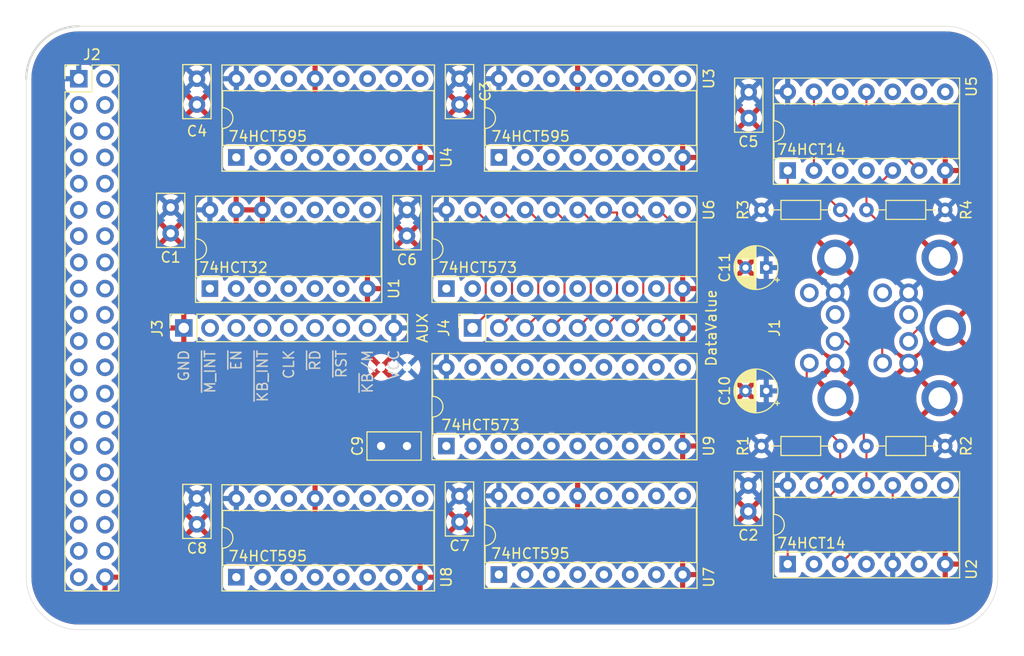
<source format=kicad_pcb>
(kicad_pcb (version 20240108) (generator "pcbnew") (generator_version "8.0")
  (layers (0 "F.Cu" signal) (31 "B.Cu" signal) (34 "B.Paste" user) (35 "F.Paste" user) (36 "B.SilkS" user "B.Silkscreen") (37 "F.SilkS" user "F.Silkscreen") (38 "B.Mask" user) (39 "F.Mask" user) (44 "Edge.Cuts" user))
  (net 0 "")
  (net 1 "GND")
  (net 2 "VCC")
  (net 3 "/PS2_KB_DATA")
  (net 5 "/PS2_M_CLK")
  (net 6 "/PS2_M_DATA")
  (net 7 "/PS2_KB_CLK")
  (net 19 "A0")
  (net 21 "/D7")
  (net 25 "/D6")
  (net 31 "/~{RST}")
  (net 34 "/D2")
  (net 35 "/E")
  (net 36 "/D1")
  (net 39 "/D0")
  (net 40 "/D5")
  (net 43 "/D3")
  (net 44 "/D4")
  (net 45 "/~{RD}")
  (net 49 "/~{PS2_EN}")
  (net 50 "/~{INT_PS2_KB}")
  (net 51 "/~{INT_PS2_M}")
  (net 52 "Net-(U9-OE)")
  (net 53 "Net-(U1-Pad3)")
  (net 55 "Net-(U1-Pad10)")
  (net 56 "Net-(U6-OE)")
  (net 57 "Net-(U4-QC)")
  (net 58 "Net-(U3-QH')")
  (net 59 "Net-(U3-QC)")
  (net 60 "Net-(U3-QF)")
  (net 62 "Net-(U3-QH)")
  (net 64 "Net-(U3-QG)")
  (net 65 "Net-(U3-QD)")
  (net 66 "Net-(U3-QE)")
  (net 71 "Net-(U4-QA)")
  (net 72 "Net-(U4-QB)")
  (net 75 "Net-(U5-Pad11)")
  (net 76 "Net-(U8-QC)")
  (net 77 "Net-(U7-SER)")
  (net 78 "Net-(U7-SRCLK)")
  (net 79 "Net-(U7-QH')")
  (net 80 "Net-(U7-QG)")
  (net 82 "Net-(U7-QC)")
  (net 83 "Net-(U7-QD)")
  (net 84 "Net-(U7-QH)")
  (net 85 "Net-(U7-QE)")
  (net 87 "Net-(U7-QF)")
  (net 89 "Net-(U8-QB)")
  (net 92 "Net-(U8-QA)")
  (net 97 "Net-(U2-Pad10)")
  (net 98 "Net-(U2-Pad1)")
  (net 99 "/M_DATA")
  (net 100 "/M_CLK")
  (net 101 "Net-(U5-Pad13)")
  (footprint "Package_DIP:DIP-14_W7.62mm_Socket" (layer "F.Cu") (at 180.325 43.18 90)
    (property "Reference" "U1" (at 0 17.795 270) (layer "F.SilkS"))
    (property "Value" "74HCT32" (at 2.032 2.286 360) (layer "F.SilkS"))
    (pad "1" thru_hole rect (at 0 0 90) (size 1.6 1.6) (drill 0.8) (layers "*.Cu" "*.Mask") (net 45 "/~{RD}"))
    (pad "2" thru_hole oval (at 0 2.54 90) (size 1.6 1.6) (drill 0.8) (layers "*.Cu" "*.Mask") (net 49 "/~{PS2_EN}"))
    (pad "3" thru_hole oval (at 0 5.08 90) (size 1.6 1.6) (drill 0.8) (layers "*.Cu" "*.Mask") (net 53 "Net-(U1-Pad3)"))
    (pad "4" thru_hole oval (at 0 7.62 90) (size 1.6 1.6) (drill 0.8) (layers "*.Cu" "*.Mask") (net 19 "A0"))
    (pad "5" thru_hole oval (at 0 10.16 90) (size 1.6 1.6) (drill 0.8) (layers "*.Cu" "*.Mask") (net 53 "Net-(U1-Pad3)"))
    (pad "6" thru_hole oval (at 0 12.7 90) (size 1.6 1.6) (drill 0.8) (layers "*.Cu" "*.Mask") (net 52 "Net-(U9-OE)"))
    (pad "7" thru_hole oval (at 0 15.24 90) (size 1.6 1.6) (drill 0.8) (layers "*.Cu" "*.Mask") (net 1 "GND"))
    (pad "8" thru_hole oval (at 7.62 15.24 90) (size 1.6 1.6) (drill 0.8) (layers "*.Cu" "*.Mask") (net 56 "Net-(U6-OE)"))
    (pad "9" thru_hole oval (at 7.62 12.7 90) (size 1.6 1.6) (drill 0.8) (layers "*.Cu" "*.Mask") (net 53 "Net-(U1-Pad3)"))
    (pad "10" thru_hole oval (at 7.62 10.16 90) (size 1.6 1.6) (drill 0.8) (layers "*.Cu" "*.Mask") (net 55 "Net-(U1-Pad10)"))
    (pad "11" thru_hole oval (at 7.62 7.62 90) (size 1.6 1.6) (drill 0.8) (layers "*.Cu" "*.Mask"))
    (pad "12" thru_hole oval (at 7.62 5.08 90) (size 1.6 1.6) (drill 0.8) (layers "*.Cu" "*.Mask") (net 1 "GND"))
    (pad "13" thru_hole oval (at 7.62 2.54 90) (size 1.6 1.6) (drill 0.8) (layers "*.Cu" "*.Mask") (net 1 "GND"))
    (pad "14" thru_hole oval (at 7.62 0 90) (size 1.6 1.6) (drill 0.8) (layers "*.Cu" "*.Mask") (net 2 "VCC"))
  )
  (footprint "Capacitor_THT:C_Disc_D5.0mm_W2.5mm_P2.50mm" (layer "F.Cu") (at 179.07 63.5 -90)
    (property "Reference" "C8" (at 4.825999 -0.000001 180) (layer "F.SilkS"))
    (property "Value" "100n" (hide yes))
    (pad "1" thru_hole circle (at 0 0 270) (size 1.6 1.6) (drill 0.8) (layers "*.Cu" "*.Mask") (net 2 "VCC"))
    (pad "2" thru_hole circle (at 2.5 0 270) (size 1.6 1.6) (drill 0.8) (layers "*.Cu" "*.Mask") (net 1 "GND"))
  )
  (footprint "Package_DIP:DIP-14_W7.62mm_Socket" (layer "F.Cu") (at 236.22 31.75 90)
    (property "Reference" "U5" (at 8.128 17.78 -90) (layer "F.SilkS"))
    (property "Value" "74HCT14" (at 2.032 2.286 360) (layer "F.SilkS"))
    (pad "1" thru_hole rect (at 0 0 90) (size 1.6 1.6) (drill 0.8) (layers "*.Cu" "*.Mask") (net 7 "/PS2_KB_CLK"))
    (pad "2" thru_hole oval (at 0 2.54 90) (size 1.6 1.6) (drill 0.8) (layers "*.Cu" "*.Mask") (net 101 "Net-(U5-Pad13)"))
    (pad "3" thru_hole oval (at 0 5.08 90) (size 1.6 1.6) (drill 0.8) (layers "*.Cu" "*.Mask") (net 19 "A0"))
    (pad "4" thru_hole oval (at 0 7.62 90) (size 1.6 1.6) (drill 0.8) (layers "*.Cu" "*.Mask") (net 55 "Net-(U1-Pad10)"))
    (pad "5" thru_hole oval (at 0 10.16 90) (size 1.6 1.6) (drill 0.8) (layers "*.Cu" "*.Mask") (net 3 "/PS2_KB_DATA"))
    (pad "6" thru_hole oval (at 0 12.7 90) (size 1.6 1.6) (drill 0.8) (layers "*.Cu" "*.Mask") (net 75 "Net-(U5-Pad11)"))
    (pad "7" thru_hole oval (at 0 15.24 90) (size 1.6 1.6) (drill 0.8) (layers "*.Cu" "*.Mask") (net 1 "GND"))
    (pad "8" thru_hole oval (at 7.62 15.24 90) (size 1.6 1.6) (drill 0.8) (layers "*.Cu" "*.Mask") (net 50 "/~{INT_PS2_KB}"))
    (pad "9" thru_hole oval (at 7.62 12.7 90) (size 1.6 1.6) (drill 0.8) (layers "*.Cu" "*.Mask") (net 76 "Net-(U8-QC)"))
    (pad "10" thru_hole oval (at 7.62 10.16 90) (size 1.6 1.6) (drill 0.8) (layers "*.Cu" "*.Mask") (net 77 "Net-(U7-SER)"))
    (pad "11" thru_hole oval (at 7.62 7.62 90) (size 1.6 1.6) (drill 0.8) (layers "*.Cu" "*.Mask") (net 75 "Net-(U5-Pad11)"))
    (pad "12" thru_hole oval (at 7.62 5.08 90) (size 1.6 1.6) (drill 0.8) (layers "*.Cu" "*.Mask") (net 78 "Net-(U7-SRCLK)"))
    (pad "13" thru_hole oval (at 7.62 2.54 90) (size 1.6 1.6) (drill 0.8) (layers "*.Cu" "*.Mask") (net 101 "Net-(U5-Pad13)"))
    (pad "14" thru_hole oval (at 7.62 0 90) (size 1.6 1.6) (drill 0.8) (layers "*.Cu" "*.Mask") (net 2 "VCC"))
  )
  (footprint "Package_DIP:DIP-16_W7.62mm_Socket" (layer "F.Cu") (at 208.28 30.48 90)
    (property "Reference" "U3" (at 7.62 20.32 270) (layer "F.SilkS"))
    (property "Value" "74HCT595" (at 2.032 3.068 0) (layer "F.SilkS"))
    (pad "1" thru_hole rect (at 0 0 90) (size 1.6 1.6) (drill 0.8) (layers "*.Cu" "*.Mask"))
    (pad "2" thru_hole oval (at 0 2.54 90) (size 1.6 1.6) (drill 0.8) (layers "*.Cu" "*.Mask") (net 59 "Net-(U3-QC)"))
    (pad "3" thru_hole oval (at 0 5.08 90) (size 1.6 1.6) (drill 0.8) (layers "*.Cu" "*.Mask") (net 65 "Net-(U3-QD)"))
    (pad "4" thru_hole oval (at 0 7.62 90) (size 1.6 1.6) (drill 0.8) (layers "*.Cu" "*.Mask") (net 66 "Net-(U3-QE)"))
    (pad "5" thru_hole oval (at 0 10.16 90) (size 1.6 1.6) (drill 0.8) (layers "*.Cu" "*.Mask") (net 60 "Net-(U3-QF)"))
    (pad "6" thru_hole oval (at 0 12.7 90) (size 1.6 1.6) (drill 0.8) (layers "*.Cu" "*.Mask") (net 64 "Net-(U3-QG)"))
    (pad "7" thru_hole oval (at 0 15.24 90) (size 1.6 1.6) (drill 0.8) (layers "*.Cu" "*.Mask") (net 62 "Net-(U3-QH)"))
    (pad "8" thru_hole oval (at 0 17.78 90) (size 1.6 1.6) (drill 0.8) (layers "*.Cu" "*.Mask") (net 1 "GND"))
    (pad "9" thru_hole oval (at 7.62 17.78 90) (size 1.6 1.6) (drill 0.8) (layers "*.Cu" "*.Mask") (net 58 "Net-(U3-QH')"))
    (pad "10" thru_hole oval (at 7.62 15.24 90) (size 1.6 1.6) (drill 0.8) (layers "*.Cu" "*.Mask") (net 31 "/~{RST}"))
    (pad "11" thru_hole oval (at 7.62 12.7 90) (size 1.6 1.6) (drill 0.8) (layers "*.Cu" "*.Mask") (net 100 "/M_CLK"))
    (pad "12" thru_hole oval (at 7.62 10.16 90) (size 1.6 1.6) (drill 0.8) (layers "*.Cu" "*.Mask") (net 35 "/E"))
    (pad "13" thru_hole oval (at 7.62 7.62 90) (size 1.6 1.6) (drill 0.8) (layers "*.Cu" "*.Mask") (net 1 "GND"))
    (pad "14" thru_hole oval (at 7.62 5.08 90) (size 1.6 1.6) (drill 0.8) (layers "*.Cu" "*.Mask") (net 99 "/M_DATA"))
    (pad "15" thru_hole oval (at 7.62 2.54 90) (size 1.6 1.6) (drill 0.8) (layers "*.Cu" "*.Mask"))
    (pad "16" thru_hole oval (at 7.62 0 90) (size 1.6 1.6) (drill 0.8) (layers "*.Cu" "*.Mask") (net 2 "VCC"))
  )
  (footprint "Package_DIP:DIP-20_W7.62mm_Socket" (layer "F.Cu") (at 203.2 58.42 90)
    (property "Reference" "U9" (at 0 25.4 270) (layer "F.SilkS"))
    (property "Value" "74HCT573" (at 2.032 3.307 0) (layer "F.SilkS"))
    (pad "1" thru_hole rect (at 0 0 90) (size 1.6 1.6) (drill 0.8) (layers "*.Cu" "*.Mask") (net 52 "Net-(U9-OE)"))
    (pad "2" thru_hole oval (at 0 2.54 90) (size 1.6 1.6) (drill 0.8) (layers "*.Cu" "*.Mask") (net 89 "Net-(U8-QB)"))
    (pad "3" thru_hole oval (at 0 5.08 90) (size 1.6 1.6) (drill 0.8) (layers "*.Cu" "*.Mask") (net 92 "Net-(U8-QA)"))
    (pad "4" thru_hole oval (at 0 7.62 90) (size 1.6 1.6) (drill 0.8) (layers "*.Cu" "*.Mask") (net 84 "Net-(U7-QH)"))
    (pad "5" thru_hole oval (at 0 10.16 90) (size 1.6 1.6) (drill 0.8) (layers "*.Cu" "*.Mask") (net 80 "Net-(U7-QG)"))
    (pad "6" thru_hole oval (at 0 12.7 90) (size 1.6 1.6) (drill 0.8) (layers "*.Cu" "*.Mask") (net 87 "Net-(U7-QF)"))
    (pad "7" thru_hole oval (at 0 15.24 90) (size 1.6 1.6) (drill 0.8) (layers "*.Cu" "*.Mask") (net 85 "Net-(U7-QE)"))
    (pad "8" thru_hole oval (at 0 17.78 90) (size 1.6 1.6) (drill 0.8) (layers "*.Cu" "*.Mask") (net 83 "Net-(U7-QD)"))
    (pad "9" thru_hole oval (at 0 20.32 90) (size 1.6 1.6) (drill 0.8) (layers "*.Cu" "*.Mask") (net 82 "Net-(U7-QC)"))
    (pad "10" thru_hole oval (at 0 22.86 90) (size 1.6 1.6) (drill 0.8) (layers "*.Cu" "*.Mask") (net 1 "GND"))
    (pad "11" thru_hole oval (at 7.62 22.86 90) (size 1.6 1.6) (drill 0.8) (layers "*.Cu" "*.Mask") (net 76 "Net-(U8-QC)"))
    (pad "12" thru_hole oval (at 7.62 20.32 90) (size 1.6 1.6) (drill 0.8) (layers "*.Cu" "*.Mask") (net 21 "/D7"))
    (pad "13" thru_hole oval (at 7.62 17.78 90) (size 1.6 1.6) (drill 0.8) (layers "*.Cu" "*.Mask") (net 25 "/D6"))
    (pad "14" thru_hole oval (at 7.62 15.24 90) (size 1.6 1.6) (drill 0.8) (layers "*.Cu" "*.Mask") (net 40 "/D5"))
    (pad "15" thru_hole oval (at 7.62 12.7 90) (size 1.6 1.6) (drill 0.8) (layers "*.Cu" "*.Mask") (net 44 "/D4"))
    (pad "16" thru_hole oval (at 7.62 10.16 90) (size 1.6 1.6) (drill 0.8) (layers "*.Cu" "*.Mask") (net 43 "/D3"))
    (pad "17" thru_hole oval (at 7.62 7.62 90) (size 1.6 1.6) (drill 0.8) (layers "*.Cu" "*.Mask") (net 34 "/D2"))
    (pad "18" thru_hole oval (at 7.62 5.08 90) (size 1.6 1.6) (drill 0.8) (layers "*.Cu" "*.Mask") (net 36 "/D1"))
    (pad "19" thru_hole oval (at 7.62 2.54 90) (size 1.6 1.6) (drill 0.8) (layers "*.Cu" "*.Mask") (net 39 "/D0"))
    (pad "20" thru_hole oval (at 7.62 0 90) (size 1.6 1.6) (drill 0.8) (layers "*.Cu" "*.Mask") (net 2 "VCC"))
  )
  (footprint "Resistor_THT:R_Axial_DIN0204_L3.6mm_D1.6mm_P7.62mm_Horizontal" (layer "F.Cu") (at 251.46 58.42 180)
    (property "Reference" "R2" (at -2.032 0 270) (layer "F.SilkS"))
    (property "Value" "10k" (hide yes))
    (pad "1" thru_hole circle (at 0 0 180) (size 1.4 1.4) (drill 0.7) (layers "*.Cu" "*.Mask") (net 2 "VCC"))
    (pad "2" thru_hole oval (at 7.62 0 180) (size 1.4 1.4) (drill 0.7) (layers "*.Cu" "*.Mask") (net 6 "/PS2_M_DATA"))
  )
  (footprint "Package_DIP:DIP-16_W7.62mm_Socket" (layer "F.Cu") (at 182.88 30.48 90)
    (property "Reference" "U4" (at 0 20.32 270) (layer "F.SilkS"))
    (property "Value" "74HCT595" (at 2.032 3.048 0) (layer "F.SilkS"))
    (pad "1" thru_hole rect (at 0 0 90) (size 1.6 1.6) (drill 0.8) (layers "*.Cu" "*.Mask") (net 72 "Net-(U4-QB)"))
    (pad "2" thru_hole oval (at 0 2.54 90) (size 1.6 1.6) (drill 0.8) (layers "*.Cu" "*.Mask") (net 57 "Net-(U4-QC)"))
    (pad "3" thru_hole oval (at 0 5.08 90) (size 1.6 1.6) (drill 0.8) (layers "*.Cu" "*.Mask"))
    (pad "4" thru_hole oval (at 0 7.62 90) (size 1.6 1.6) (drill 0.8) (layers "*.Cu" "*.Mask"))
    (pad "5" thru_hole oval (at 0 10.16 90) (size 1.6 1.6) (drill 0.8) (layers "*.Cu" "*.Mask"))
    (pad "6" thru_hole oval (at 0 12.7 90) (size 1.6 1.6) (drill 0.8) (layers "*.Cu" "*.Mask"))
    (pad "7" thru_hole oval (at 0 15.24 90) (size 1.6 1.6) (drill 0.8) (layers "*.Cu" "*.Mask"))
    (pad "8" thru_hole oval (at 0 17.78 90) (size 1.6 1.6) (drill 0.8) (layers "*.Cu" "*.Mask") (net 1 "GND"))
    (pad "9" thru_hole oval (at 7.62 17.78 90) (size 1.6 1.6) (drill 0.8) (layers "*.Cu" "*.Mask"))
    (pad "10" thru_hole oval (at 7.62 15.24 90) (size 1.6 1.6) (drill 0.8) (layers "*.Cu" "*.Mask") (net 31 "/~{RST}"))
    (pad "11" thru_hole oval (at 7.62 12.7 90) (size 1.6 1.6) (drill 0.8) (layers "*.Cu" "*.Mask") (net 100 "/M_CLK"))
    (pad "12" thru_hole oval (at 7.62 10.16 90) (size 1.6 1.6) (drill 0.8) (layers "*.Cu" "*.Mask") (net 35 "/E"))
    (pad "13" thru_hole oval (at 7.62 7.62 90) (size 1.6 1.6) (drill 0.8) (layers "*.Cu" "*.Mask") (net 1 "GND"))
    (pad "14" thru_hole oval (at 7.62 5.08 90) (size 1.6 1.6) (drill 0.8) (layers "*.Cu" "*.Mask") (net 58 "Net-(U3-QH')"))
    (pad "15" thru_hole oval (at 7.62 2.54 90) (size 1.6 1.6) (drill 0.8) (layers "*.Cu" "*.Mask") (net 71 "Net-(U4-QA)"))
    (pad "16" thru_hole oval (at 7.62 0 90) (size 1.6 1.6) (drill 0.8) (layers "*.Cu" "*.Mask") (net 2 "VCC"))
  )
  (footprint "Connector_PinHeader_2.54mm:PinHeader_2x20_P2.54mm_Vertical" (layer "F.Cu") (at 167.64 22.86)
    (property "Reference" "J2" (at 1.27 -2.33 0) (layer "F.SilkS"))
    (property "Value" "VideoExpansion")
    (pad "1" thru_hole rect (at 0 0) (size 1.7 1.7) (drill 1) (layers "*.Cu" "*.Mask") (net 2 "VCC"))
    (pad "2" thru_hole oval (at 2.54 0) (size 1.7 1.7) (drill 1) (layers "*.Cu" "*.Mask") (net 31 "/~{RST}"))
    (pad "3" thru_hole oval (at 0 2.54) (size 1.7 1.7) (drill 1) (layers "*.Cu" "*.Mask"))
    (pad "4" thru_hole oval (at 2.54 2.54) (size 1.7 1.7) (drill 1) (layers "*.Cu" "*.Mask"))
    (pad "5" thru_hole oval (at 0 5.08) (size 1.7 1.7) (drill 1) (layers "*.Cu" "*.Mask") (net 35 "/E"))
    (pad "6" thru_hole oval (at 2.54 5.08) (size 1.7 1.7) (drill 1) (layers "*.Cu" "*.Mask"))
    (pad "7" thru_hole oval (at 0 7.62) (size 1.7 1.7) (drill 1) (layers "*.Cu" "*.Mask"))
    (pad "8" thru_hole oval (at 2.54 7.62) (size 1.7 1.7) (drill 1) (layers "*.Cu" "*.Mask"))
    (pad "9" thru_hole oval (at 0 10.16) (size 1.7 1.7) (drill 1) (layers "*.Cu" "*.Mask"))
    (pad "10" thru_hole oval (at 2.54 10.16) (size 1.7 1.7) (drill 1) (layers "*.Cu" "*.Mask"))
    (pad "11" thru_hole oval (at 0 12.7) (size 1.7 1.7) (drill 1) (layers "*.Cu" "*.Mask"))
    (pad "12" thru_hole oval (at 2.54 12.7) (size 1.7 1.7) (drill 1) (layers "*.Cu" "*.Mask"))
    (pad "13" thru_hole oval (at 0 15.24) (size 1.7 1.7) (drill 1) (layers "*.Cu" "*.Mask"))
    (pad "14" thru_hole oval (at 2.54 15.24) (size 1.7 1.7) (drill 1) (layers "*.Cu" "*.Mask"))
    (pad "15" thru_hole oval (at 0 17.78) (size 1.7 1.7) (drill 1) (layers "*.Cu" "*.Mask"))
    (pad "16" thru_hole oval (at 2.54 17.78) (size 1.7 1.7) (drill 1) (layers "*.Cu" "*.Mask"))
    (pad "17" thru_hole oval (at 0 20.32) (size 1.7 1.7) (drill 1) (layers "*.Cu" "*.Mask"))
    (pad "18" thru_hole oval (at 2.54 20.32) (size 1.7 1.7) (drill 1) (layers "*.Cu" "*.Mask"))
    (pad "19" thru_hole oval (at 0 22.86) (size 1.7 1.7) (drill 1) (layers "*.Cu" "*.Mask"))
    (pad "20" thru_hole oval (at 2.54 22.86) (size 1.7 1.7) (drill 1) (layers "*.Cu" "*.Mask"))
    (pad "21" thru_hole oval (at 0 25.4) (size 1.7 1.7) (drill 1) (layers "*.Cu" "*.Mask"))
    (pad "22" thru_hole oval (at 2.54 25.4) (size 1.7 1.7) (drill 1) (layers "*.Cu" "*.Mask"))
    (pad "23" thru_hole oval (at 0 27.94) (size 1.7 1.7) (drill 1) (layers "*.Cu" "*.Mask"))
    (pad "24" thru_hole oval (at 2.54 27.94) (size 1.7 1.7) (drill 1) (layers "*.Cu" "*.Mask"))
    (pad "25" thru_hole oval (at 0 30.48) (size 1.7 1.7) (drill 1) (layers "*.Cu" "*.Mask") (net 45 "/~{RD}"))
    (pad "26" thru_hole oval (at 2.54 30.48) (size 1.7 1.7) (drill 1) (layers "*.Cu" "*.Mask"))
    (pad "27" thru_hole oval (at 0 33.02) (size 1.7 1.7) (drill 1) (layers "*.Cu" "*.Mask"))
    (pad "28" thru_hole oval (at 2.54 33.02) (size 1.7 1.7) (drill 1) (layers "*.Cu" "*.Mask"))
    (pad "29" thru_hole oval (at 0 35.56) (size 1.7 1.7) (drill 1) (layers "*.Cu" "*.Mask"))
    (pad "30" thru_hole oval (at 2.54 35.56) (size 1.7 1.7) (drill 1) (layers "*.Cu" "*.Mask"))
    (pad "31" thru_hole oval (at 0 38.1) (size 1.7 1.7) (drill 1) (layers "*.Cu" "*.Mask") (net 21 "/D7"))
    (pad "32" thru_hole oval (at 2.54 38.1) (size 1.7 1.7) (drill 1) (layers "*.Cu" "*.Mask") (net 19 "A0"))
    (pad "33" thru_hole oval (at 0 40.64) (size 1.7 1.7) (drill 1) (layers "*.Cu" "*.Mask") (net 25 "/D6"))
    (pad "34" thru_hole oval (at 2.54 40.64) (size 1.7 1.7) (drill 1) (layers "*.Cu" "*.Mask") (net 39 "/D0"))
    (pad "35" thru_hole oval (at 0 43.18) (size 1.7 1.7) (drill 1) (layers "*.Cu" "*.Mask") (net 40 "/D5"))
    (pad "36" thru_hole oval (at 2.54 43.18) (size 1.7 1.7) (drill 1) (layers "*.Cu" "*.Mask") (net 36 "/D1"))
    (pad "37" thru_hole oval (at 0 45.72) (size 1.7 1.7) (drill 1) (layers "*.Cu" "*.Mask") (net 44 "/D4"))
    (pad "38" thru_hole oval (at 2.54 45.72) (size 1.7 1.7) (drill 1) (layers "*.Cu" "*.Mask") (net 34 "/D2"))
    (pad "39" thru_hole oval (at 0 48.26) (size 1.7 1.7) (drill 1) (layers "*.Cu" "*.Mask") (net 43 "/D3"))
    (pad "40" thru_hole oval (at 2.54 48.26) (size 1.7 1.7) (drill 1) (layers "*.Cu" "*.Mask") (net 1 "GND"))
  )
  (footprint "Capacitor_THT:C_Disc_D5.0mm_W2.5mm_P2.50mm" (layer "F.Cu") (at 199.39 35.56 -90)
    (property "Reference" "C6" (at 4.825999 -0.000001 180) (layer "F.SilkS"))
    (property "Value" "100n" (hide yes))
    (pad "1" thru_hole circle (at 0 0 270) (size 1.6 1.6) (drill 0.8) (layers "*.Cu" "*.Mask") (net 2 "VCC"))
    (pad "2" thru_hole circle (at 2.5 0 270) (size 1.6 1.6) (drill 0.8) (layers "*.Cu" "*.Mask") (net 1 "GND"))
  )
  (footprint "Capacitor_THT:CP_Radial_D4.0mm_P2.00mm" (layer "F.Cu") (at 234.144597 41.148 180)
    (property "Reference" "C11" (at 4.020597 0 270) (layer "F.SilkS"))
    (property "Value" "10u" (hide yes))
    (pad "1" thru_hole rect (at 0 0 180) (size 1.2 1.2) (drill 0.6) (layers "*.Cu" "*.Mask") (net 2 "VCC"))
    (pad "2" thru_hole circle (at 2 0 180) (size 1.2 1.2) (drill 0.6) (layers "*.Cu" "*.Mask") (net 1 "GND"))
  )
  (footprint "Capacitor_THT:C_Disc_D5.0mm_W2.5mm_P2.50mm" (layer "F.Cu") (at 232.452 24.17 -90)
    (property "Reference" "C5" (at 4.786 0.042 180) (layer "F.SilkS"))
    (property "Value" "100n" (hide yes))
    (pad "1" thru_hole circle (at 0 0 270) (size 1.6 1.6) (drill 0.8) (layers "*.Cu" "*.Mask") (net 2 "VCC"))
    (pad "2" thru_hole circle (at 2.5 0 270) (size 1.6 1.6) (drill 0.8) (layers "*.Cu" "*.Mask") (net 1 "GND"))
  )
  (footprint "Capacitor_THT:C_Disc_D5.0mm_W2.5mm_P2.50mm" (layer "F.Cu") (at 199.39 58.42 180)
    (property "Reference" "C9" (at 4.785999 -0.000001 270) (layer "F.SilkS"))
    (property "Value" "100n" (hide yes))
    (pad "1" thru_hole circle (at 0 0 180) (size 1.6 1.6) (drill 0.8) (layers "*.Cu" "*.Mask") (net 2 "VCC"))
    (pad "2" thru_hole circle (at 2.5 0 180) (size 1.6 1.6) (drill 0.8) (layers "*.Cu" "*.Mask") (net 1 "GND"))
  )
  (footprint "Connector_PinSocket_2.54mm:PinSocket_1x09_P2.54mm_Vertical" (layer "F.Cu") (at 177.8 46.99 90)
    (property "Reference" "J3" (at -0.05 -2.56 270) (layer "F.SilkS"))
    (property "Value" "AUX" (at 0 23.09 270) (layer "F.SilkS"))
    (pad "1" thru_hole rect (at 0 0 90) (size 1.7 1.7) (drill 1) (layers "*.Cu" "*.Mask") (net 1 "GND"))
    (pad "2" thru_hole oval (at 0 2.54 90) (size 1.7 1.7) (drill 1) (layers "*.Cu" "*.Mask") (net 51 "/~{INT_PS2_M}"))
    (pad "3" thru_hole oval (at 0 5.08 90) (size 1.7 1.7) (drill 1) (layers "*.Cu" "*.Mask") (net 49 "/~{PS2_EN}"))
    (pad "4" thru_hole oval (at 0 7.62 90) (size 1.7 1.7) (drill 1) (layers "*.Cu" "*.Mask") (net 50 "/~{INT_PS2_KB}"))
    (pad "5" thru_hole oval (at 0 10.16 90) (size 1.7 1.7) (drill 1) (layers "*.Cu" "*.Mask") (net 35 "/E"))
    (pad "6" thru_hole oval (at 0 12.7 90) (size 1.7 1.7) (drill 1) (layers "*.Cu" "*.Mask") (net 45 "/~{RD}"))
    (pad "7" thru_hole oval (at 0 15.24 90) (size 1.7 1.7) (drill 1) (layers "*.Cu" "*.Mask") (net 31 "/~{RST}"))
    (pad "8" thru_hole oval (at 0 17.78 90) (size 1.7 1.7) (drill 1) (layers "*.Cu" "*.Mask") (net 19 "A0"))
    (pad "9" thru_hole oval (at 0 20.32 90) (size 1.7 1.7) (drill 1) (layers "*.Cu" "*.Mask") (net 2 "VCC"))
  )
  (footprint "Capacitor_THT:C_Disc_D5.0mm_W2.5mm_P2.50mm" (layer "F.Cu") (at 179.07 22.86 -90)
    (property "Reference" "C4" (at 5.079999 -0.000001 180) (layer "F.SilkS"))
    (property "Value" "100n" (hide yes))
    (pad "1" thru_hole circle (at 0 0 270) (size 1.6 1.6) (drill 0.8) (layers "*.Cu" "*.Mask") (net 2 "VCC"))
    (pad "2" thru_hole circle (at 2.5 0 270) (size 1.6 1.6) (drill 0.8) (layers "*.Cu" "*.Mask") (net 1 "GND"))
  )
  (footprint "Package_DIP:DIP-14_W7.62mm_Socket" (layer "F.Cu") (at 236.22 69.85 90)
    (property "Reference" "U2" (at -0.508 17.78 270) (layer "F.SilkS"))
    (property "Value" "74HCT14" (at 2.022 2.291 360) (layer "F.SilkS"))
    (pad "1" thru_hole rect (at 0 0 90) (size 1.6 1.6) (drill 0.8) (layers "*.Cu" "*.Mask") (net 98 "Net-(U2-Pad1)"))
    (pad "2" thru_hole oval (at 0 2.54 90) (size 1.6 1.6) (drill 0.8) (layers "*.Cu" "*.Mask") (net 100 "/M_CLK"))
    (pad "3" thru_hole oval (at 0 5.08 90) (size 1.6 1.6) (drill 0.8) (layers "*.Cu" "*.Mask") (net 97 "Net-(U2-Pad10)"))
    (pad "4" thru_hole oval (at 0 7.62 90) (size 1.6 1.6) (drill 0.8) (layers "*.Cu" "*.Mask") (net 99 "/M_DATA"))
    (pad "5" thru_hole oval (at 0 10.16 90) (size 1.6 1.6) (drill 0.8) (layers "*.Cu" "*.Mask") (net 2 "VCC"))
    (pad "6" thru_hole oval (at 0 12.7 90) (size 1.6 1.6) (drill 0.8) (layers "*.Cu" "*.Mask"))
    (pad "7" thru_hole oval (at 0 15.24 90) (size 1.6 1.6) (drill 0.8) (layers "*.Cu" "*.Mask") (net 1 "GND"))
    (pad "8" thru_hole oval (at 7.62 15.24 90) (size 1.6 1.6) (drill 0.8) (layers "*.Cu" "*.Mask") (net 51 "/~{INT_PS2_M}"))
    (pad "9" thru_hole oval (at 7.62 12.7 90) (size 1.6 1.6) (drill 0.8) (layers "*.Cu" "*.Mask") (net 57 "Net-(U4-QC)"))
    (pad "10" thru_hole oval (at 7.62 10.16 90) (size 1.6 1.6) (drill 0.8) (layers "*.Cu" "*.Mask") (net 97 "Net-(U2-Pad10)"))
    (pad "11" thru_hole oval (at 7.62 7.62 90) (size 1.6 1.6) (drill 0.8) (layers "*.Cu" "*.Mask") (net 6 "/PS2_M_DATA"))
    (pad "12" thru_hole oval (at 7.62 5.08 90) (size 1.6 1.6) (drill 0.8) (layers "*.Cu" "*.Mask") (net 98 "Net-(U2-Pad1)"))
    (pad "13" thru_hole oval (at 7.62 2.54 90) (size 1.6 1.6) (drill 0.8) (layers "*.Cu" "*.Mask") (net 5 "/PS2_M_CLK"))
    (pad "14" thru_hole oval (at 7.62 0 90) (size 1.6 1.6) (drill 0.8) (layers "*.Cu" "*.Mask") (net 2 "VCC"))
  )
  (footprint "Resistor_THT:R_Axial_DIN0204_L3.6mm_D1.6mm_P7.62mm_Horizontal" (layer "F.Cu") (at 251.46 35.56 180)
    (property "Reference" "R4" (at -2.032 0 270) (layer "F.SilkS"))
    (property "Value" "10k" (hide yes))
    (pad "1" thru_hole circle (at 0 0 180) (size 1.4 1.4) (drill 0.7) (layers "*.Cu" "*.Mask") (net 2 "VCC"))
    (pad "2" thru_hole oval (at 7.62 0 180) (size 1.4 1.4) (drill 0.7) (layers "*.Cu" "*.Mask") (net 3 "/PS2_KB_DATA"))
  )
  (footprint "Capacitor_THT:C_Disc_D5.0mm_W2.5mm_P2.50mm" (layer "F.Cu") (at 232.41 62.25 -90)
    (property "Reference" "C2" (at 4.806 0 180) (layer "F.SilkS"))
    (property "Value" "100n" (hide yes))
    (pad "1" thru_hole circle (at 0 0 270) (size 1.6 1.6) (drill 0.8) (layers "*.Cu" "*.Mask") (net 2 "VCC"))
    (pad "2" thru_hole circle (at 2.5 0 270) (size 1.6 1.6) (drill 0.8) (layers "*.Cu" "*.Mask") (net 1 "GND"))
  )
  (footprint "Resistor_THT:R_Axial_DIN0204_L3.6mm_D1.6mm_P7.62mm_Horizontal" (layer "F.Cu") (at 233.68 58.42)
    (property "Reference" "R1" (at -1.778 0 90) (layer "F.SilkS"))
    (property "Value" "10k" (hide yes))
    (pad "1" thru_hole circle (at 0 0) (size 1.4 1.4) (drill 0.7) (layers "*.Cu" "*.Mask") (net 2 "VCC"))
    (pad "2" thru_hole oval (at 7.62 0) (size 1.4 1.4) (drill 0.7) (layers "*.Cu" "*.Mask") (net 5 "/PS2_M_CLK"))
  )
  (footprint "Capacitor_THT:C_Disc_D5.0mm_W2.5mm_P2.50mm" (layer "F.Cu") (at 204.47 22.86 -90)
    (property "Reference" "C3" (at 1.25 -2.5 90) (layer "F.SilkS"))
    (property "Value" "100n")
    (pad "1" thru_hole circle (at 0 0 270) (size 1.6 1.6) (drill 0.8) (layers "*.Cu" "*.Mask") (net 2 "VCC"))
    (pad "2" thru_hole circle (at 2.5 0 270) (size 1.6 1.6) (drill 0.8) (layers "*.Cu" "*.Mask") (net 1 "GND"))
  )
  (footprint "Capacitor_THT:C_Disc_D5.0mm_W2.5mm_P2.50mm" (layer "F.Cu") (at 204.47 63.266 -90)
    (property "Reference" "C7" (at 4.806 0 180) (layer "F.SilkS"))
    (property "Value" "100n" (hide yes))
    (pad "1" thru_hole circle (at 0 0 270) (size 1.6 1.6) (drill 0.8) (layers "*.Cu" "*.Mask") (net 2 "VCC"))
    (pad "2" thru_hole circle (at 2.5 0 270) (size 1.6 1.6) (drill 0.8) (layers "*.Cu" "*.Mask") (net 1 "GND"))
  )
  (footprint "kicad-lib:2xPS2-Mini-Din" (layer "F.Cu") (at 256.414 46.99 90)
    (property "Reference" "J1" (at 0 -21.464 90) (layer "F.SilkS"))
    (property "Value" "~" (hide yes))
    (pad "1" thru_hole circle (at -1.3 -15.6 270) (size 1.8 1.8) (drill 1.1) (layers "*.Cu" "*.Mask") (net 6 "/PS2_M_DATA"))
    (pad "2" thru_hole circle (at 1.3 -15.6 270) (size 1.8 1.8) (drill 1.1) (layers "*.Cu" "*.Mask"))
    (pad "3" thru_hole circle (at -3.4 -15.6 270) (size 1.8 1.8) (drill 1.1) (layers "*.Cu" "*.Mask") (net 1 "GND"))
    (pad "4" thru_hole circle (at 3.4 -15.6 270) (size 1.8 1.8) (drill 1.1) (layers "*.Cu" "*.Mask") (net 2 "VCC"))
    (pad "5" thru_hole circle (at -3.4 -18.1 270) (size 1.8 1.8) (drill 1.1) (layers "*.Cu" "*.Mask") (net 5 "/PS2_M_CLK"))
    (pad "6" thru_hole circle (at 3.4 -18.1 270) (size 1.8 1.8) (drill 1.1) (layers "*.Cu" "*.Mask"))
    (pad "7" thru_hole circle (at -1.3 -8.5 270) (size 1.8 1.8) (drill 1.1) (layers "*.Cu" "*.Mask") (net 3 "/PS2_KB_DATA"))
    (pad "8" thru_hole circle (at 1.3 -8.5 270) (size 1.8 1.8) (drill 1.1) (layers "*.Cu" "*.Mask"))
    (pad "9" thru_hole circle (at -3.4 -8.5 270) (size 1.8 1.8) (drill 1.1) (layers "*.Cu" "*.Mask") (net 1 "GND"))
    (pad "10" thru_hole circle (at 3.4 -8.5 270) (size 1.8 1.8) (drill 1.1) (layers "*.Cu" "*.Mask") (net 2 "VCC"))
    (pad "11" thru_hole circle (at -3.4 -11 270) (size 1.8 1.8) (drill 1.1) (layers "*.Cu" "*.Mask") (net 7 "/PS2_KB_CLK"))
    (pad "12" thru_hole circle (at 3.4 -11 270) (size 1.8 1.8) (drill 1.1) (layers "*.Cu" "*.Mask"))
    (pad "G" thru_hole circle (at -6.8 -15.57 90) (size 3.5 3.5) (drill 2.1) (layers "*.Cu" "*.Mask") (net 1 "GND"))
    (pad "G" thru_hole circle (at -6.8 -5.51 90) (size 3.5 3.5) (drill 2.1) (layers "*.Cu" "*.Mask") (net 1 "GND"))
    (pad "G" thru_hole circle (at 0 -4.7 90) (size 3.5 3.5) (drill 2.1) (layers "*.Cu" "*.Mask") (net 1 "GND"))
    (pad "G" thru_hole circle (at 6.8 -15.6 90) (size 3.5 3.5) (drill 2.1) (layers "*.Cu" "*.Mask") (net 1 "GND"))
    (pad "G" thru_hole circle (at 6.8 -5.5 90) (size 3.5 3.5) (drill 2.1) (layers "*.Cu" "*.Mask") (net 1 "GND"))
  )
  (footprint "Capacitor_THT:C_Disc_D5.0mm_W2.5mm_P2.50mm" (layer "F.Cu") (at 176.53 35.326 -90)
    (property "Reference" "C1" (at 4.826 0 180) (layer "F.SilkS"))
    (property "Value" "100n" (hide yes))
    (pad "1" thru_hole circle (at 0 0 270) (size 1.6 1.6) (drill 0.8) (layers "*.Cu" "*.Mask") (net 2 "VCC"))
    (pad "2" thru_hole circle (at 2.5 0 270) (size 1.6 1.6) (drill 0.8) (layers "*.Cu" "*.Mask") (net 1 "GND"))
  )
  (footprint "Package_DIP:DIP-20_W7.62mm_Socket" (layer "F.Cu") (at 203.2 43.18 90)
    (property "Reference" "U6" (at 7.62 25.4 270) (layer "F.SilkS"))
    (property "Value" "74HCT573" (at 2.032 3.048 0) (layer "F.SilkS"))
    (pad "1" thru_hole rect (at 0 0 90) (size 1.6 1.6) (drill 0.8) (layers "*.Cu" "*.Mask") (net 56 "Net-(U6-OE)"))
    (pad "2" thru_hole oval (at 0 2.54 90) (size 1.6 1.6) (drill 0.8) (layers "*.Cu" "*.Mask") (net 72 "Net-(U4-QB)"))
    (pad "3" thru_hole oval (at 0 5.08 90) (size 1.6 1.6) (drill 0.8) (layers "*.Cu" "*.Mask") (net 71 "Net-(U4-QA)"))
    (pad "4" thru_hole oval (at 0 7.62 90) (size 1.6 1.6) (drill 0.8) (layers "*.Cu" "*.Mask") (net 62 "Net-(U3-QH)"))
    (pad "5" thru_hole oval (at 0 10.16 90) (size 1.6 1.6) (drill 0.8) (layers "*.Cu" "*.Mask") (net 64 "Net-(U3-QG)"))
    (pad "6" thru_hole oval (at 0 12.7 90) (size 1.6 1.6) (drill 0.8) (layers "*.Cu" "*.Mask") (net 60 "Net-(U3-QF)"))
    (pad "7" thru_hole oval (at 0 15.24 90) (size 1.6 1.6) (drill 0.8) (layers "*.Cu" "*.Mask") (net 66 "Net-(U3-QE)"))
    (pad "8" thru_hole oval (at 0 17.78 90) (size 1.6 1.6) (drill 0.8) (layers "*.Cu" "*.Mask") (net 65 "Net-(U3-QD)"))
    (pad "9" thru_hole oval (at 0 20.32 90) (size 1.6 1.6) (drill 0.8) (layers "*.Cu" "*.Mask") (net 59 "Net-(U3-QC)"))
    (pad "10" thru_hole oval (at 0 22.86 90) (size 1.6 1.6) (drill 0.8) (layers "*.Cu" "*.Mask") (net 1 "GND"))
    (pad "11" thru_hole oval (at 7.62 22.86 90) (size 1.6 1.6) (drill 0.8) (layers "*.Cu" "*.Mask") (net 57 "Net-(U4-QC)"))
    (pad "12" thru_hole oval (at 7.62 20.32 90) (size 1.6 1.6) (drill 0.8) (layers "*.Cu" "*.Mask") (net 21 "/D7"))
    (pad "13" thru_hole oval (at 7.62 17.78 90) (size 1.6 1.6) (drill 0.8) (layers "*.Cu" "*.Mask") (net 25 "/D6"))
    (pad "14" thru_hole oval (at 7.62 15.24 90) (size 1.6 1.6) (drill 0.8) (layers "*.Cu" "*.Mask") (net 40 "/D5"))
    (pad "15" thru_hole oval (at 7.62 12.7 90) (size 1.6 1.6) (drill 0.8) (layers "*.Cu" "*.Mask") (net 44 "/D4"))
    (pad "16" thru_hole oval (at 7.62 10.16 90) (size 1.6 1.6) (drill 0.8) (layers "*.Cu" "*.Mask") (net 43 "/D3"))
    (pad "17" thru_hole oval (at 7.62 7.62 90) (size 1.6 1.6) (drill 0.8) (layers "*.Cu" "*.Mask") (net 34 "/D2"))
    (pad "18" thru_hole oval (at 7.62 5.08 90) (size 1.6 1.6) (drill 0.8) (layers "*.Cu" "*.Mask") (net 36 "/D1"))
    (pad "19" thru_hole oval (at 7.62 2.54 90) (size 1.6 1.6) (drill 0.8) (layers "*.Cu" "*.Mask") (net 39 "/D0"))
    (pad "20" thru_hole oval (at 7.62 0 90) (size 1.6 1.6) (drill 0.8) (layers "*.Cu" "*.Mask") (net 2 "VCC"))
  )
  (footprint "Resistor_THT:R_Axial_DIN0204_L3.6mm_D1.6mm_P7.62mm_Horizontal" (layer "F.Cu") (at 233.68 35.56)
    (property "Reference" "R3" (at -1.778 0 90) (layer "F.SilkS"))
    (property "Value" "10k" (hide yes))
    (pad "1" thru_hole circle (at 0 0) (size 1.4 1.4) (drill 0.7) (layers "*.Cu" "*.Mask") (net 2 "VCC"))
    (pad "2" thru_hole oval (at 7.62 0) (size 1.4 1.4) (drill 0.7) (layers "*.Cu" "*.Mask") (net 7 "/PS2_KB_CLK"))
  )
  (footprint "Connector_PinSocket_2.54mm:PinSocket_1x09_P2.54mm_Vertical" (layer "F.Cu") (at 205.74 46.99 90)
    (property "Reference" "J4" (at 0 -2.77 270) (layer "F.SilkS"))
    (property "Value" "DataValue" (at 0 23.09 270) (layer "F.SilkS"))
    (pad "1" thru_hole rect (at 0 0 90) (size 1.7 1.7) (drill 1) (layers "*.Cu" "*.Mask") (net 39 "/D0"))
    (pad "2" thru_hole oval (at 0 2.54 90) (size 1.7 1.7) (drill 1) (layers "*.Cu" "*.Mask") (net 36 "/D1"))
    (pad "3" thru_hole oval (at 0 5.08 90) (size 1.7 1.7) (drill 1) (layers "*.Cu" "*.Mask") (net 34 "/D2"))
    (pad "4" thru_hole oval (at 0 7.62 90) (size 1.7 1.7) (drill 1) (layers "*.Cu" "*.Mask") (net 43 "/D3"))
    (pad "5" thru_hole oval (at 0 10.16 90) (size 1.7 1.7) (drill 1) (layers "*.Cu" "*.Mask") (net 44 "/D4"))
    (pad "6" thru_hole oval (at 0 12.7 90) (size 1.7 1.7) (drill 1) (layers "*.Cu" "*.Mask") (net 40 "/D5"))
    (pad "7" thru_hole oval (at 0 15.24 90) (size 1.7 1.7) (drill 1) (layers "*.Cu" "*.Mask") (net 25 "/D6"))
    (pad "8" thru_hole oval (at 0 17.78 90) (size 1.7 1.7) (drill 1) (layers "*.Cu" "*.Mask") (net 21 "/D7"))
    (pad "9" thru_hole oval (at 0 20.32 90) (size 1.7 1.7) (drill 1) (layers "*.Cu" "*.Mask") (net 1 "GND"))
  )
  (footprint "Package_DIP:DIP-16_W7.62mm_Socket" (layer "F.Cu") (at 208.28 70.866 90)
    (property "Reference" "U7" (at -0.254 20.32 270) (layer "F.SilkS"))
    (property "Value" "74HCT595" (at 2.032 3.048 0) (layer "F.SilkS"))
    (pad "1" thru_hole rect (at 0 0 90) (size 1.6 1.6) (drill 0.8) (layers "*.Cu" "*.Mask"))
    (pad "2" thru_hole oval (at 0 2.54 90) (size 1.6 1.6) (drill 0.8) (layers "*.Cu" "*.Mask") (net 82 "Net-(U7-QC)"))
    (pad "3" thru_hole oval (at 0 5.08 90) (size 1.6 1.6) (drill 0.8) (layers "*.Cu" "*.Mask") (net 83 "Net-(U7-QD)"))
    (pad "4" thru_hole oval (at 0 7.62 90) (size 1.6 1.6) (drill 0.8) (layers "*.Cu" "*.Mask") (net 85 "Net-(U7-QE)"))
    (pad "5" thru_hole oval (at 0 10.16 90) (size 1.6 1.6) (drill 0.8) (layers "*.Cu" "*.Mask") (net 87 "Net-(U7-QF)"))
    (pad "6" thru_hole oval (at 0 12.7 90) (size 1.6 1.6) (drill 0.8) (layers "*.Cu" "*.Mask") (net 80 "Net-(U7-QG)"))
    (pad "7" thru_hole oval (at 0 15.24 90) (size 1.6 1.6) (drill 0.8) (layers "*.Cu" "*.Mask") (net 84 "Net-(U7-QH)"))
    (pad "8" thru_hole oval (at 0 17.78 90) (size 1.6 1.6) (drill 0.8) (layers "*.Cu" "*.Mask") (net 1 "GND"))
    (pad "9" thru_hole oval (at 7.62 17.78 90) (size 1.6 1.6) (drill 0.8) (layers "*.Cu" "*.Mask") (net 79 "Net-(U7-QH')"))
    (pad "10" thru_hole oval (at 7.62 15.24 90) (size 1.6 1.6) (drill 0.8) (layers "*.Cu" "*.Mask") (net 31 "/~{RST}"))
    (pad "11" thru_hole oval (at 7.62 12.7 90) (size 1.6 1.6) (drill 0.8) (layers "*.Cu" "*.Mask") (net 78 "Net-(U7-SRCLK)"))
    (pad "12" thru_hole oval (at 7.62 10.16 90) (size 1.6 1.6) (drill 0.8) (layers "*.Cu" "*.Mask") (net 35 "/E"))
    (pad "13" thru_hole oval (at 7.62 7.62 90) (size 1.6 1.6) (drill 0.8) (layers "*.Cu" "*.Mask") (net 1 "GND"))
    (pad "14" thru_hole oval (at 7.62 5.08 90) (size 1.6 1.6) (drill 0.8) (layers "*.Cu" "*.Mask") (net 77 "Net-(U7-SER)"))
    (pad "15" thru_hole oval (at 7.62 2.54 90) (size 1.6 1.6) (drill 0.8) (layers "*.Cu" "*.Mask"))
    (pad "16" thru_hole oval (at 7.62 0 90) (size 1.6 1.6) (drill 0.8) (layers "*.Cu" "*.Mask") (net 2 "VCC"))
  )
  (footprint "Package_DIP:DIP-16_W7.62mm_Socket" (layer "F.Cu") (at 182.88 71.12 90)
    (property "Reference" "U8" (at 0 20.32 270) (layer "F.SilkS"))
    (property "Value" "74HCT595" (at 2.032 3.048 0) (layer "F.SilkS"))
    (pad "1" thru_hole rect (at 0 0 90) (size 1.6 1.6) (drill 0.8) (layers "*.Cu" "*.Mask") (net 89 "Net-(U8-QB)"))
    (pad "2" thru_hole oval (at 0 2.54 90) (size 1.6 1.6) (drill 0.8) (layers "*.Cu" "*.Mask") (net 76 "Net-(U8-QC)"))
    (pad "3" thru_hole oval (at 0 5.08 90) (size 1.6 1.6) (drill 0.8) (layers "*.Cu" "*.Mask"))
    (pad "4" thru_hole oval (at 0 7.62 90) (size 1.6 1.6) (drill 0.8) (layers "*.Cu" "*.Mask"))
    (pad "5" thru_hole oval (at 0 10.16 90) (size 1.6 1.6) (drill 0.8) (layers "*.Cu" "*.Mask"))
    (pad "6" thru_hole oval (at 0 12.7 90) (size 1.6 1.6) (drill 0.8) (layers "*.Cu" "*.Mask"))
    (pad "7" thru_hole oval (at 0 15.24 90) (size 1.6 1.6) (drill 0.8) (layers "*.Cu" "*.Mask"))
    (pad "8" thru_hole oval (at 0 17.78 90) (size 1.6 1.6) (drill 0.8) (layers "*.Cu" "*.Mask") (net 1 "GND"))
    (pad "9" thru_hole oval (at 7.62 17.78 90) (size 1.6 1.6) (drill 0.8) (layers "*.Cu" "*.Mask"))
    (pad "10" thru_hole oval (at 7.62 15.24 90) (size 1.6 1.6) (drill 0.8) (layers "*.Cu" "*.Mask") (net 31 "/~{RST}"))
    (pad "11" thru_hole oval (at 7.62 12.7 90) (size 1.6 1.6) (drill 0.8) (layers "*.Cu" "*.Mask") (net 78 "Net-(U7-SRCLK)"))
    (pad "12" thru_hole oval (at 7.62 10.16 90) (size 1.6 1.6) (drill 0.8) (layers "*.Cu" "*.Mask") (net 35 "/E"))
    (pad "13" thru_hole oval (at 7.62 7.62 90) (size 1.6 1.6) (drill 0.8) (layers "*.Cu" "*.Mask") (net 1 "GND"))
    (pad "14" thru_hole oval (at 7.62 5.08 90) (size 1.6 1.6) (drill 0.8) (layers "*.Cu" "*.Mask") (net 79 "Net-(U7-QH')"))
    (pad "15" thru_hole oval (at 7.62 2.54 90) (size 1.6 1.6) (drill 0.8) (layers "*.Cu" "*.Mask") (net 92 "Net-(U8-QA)"))
    (pad "16" thru_hole oval (at 7.62 0 90) (size 1.6 1.6) (drill 0.8) (layers "*.Cu" "*.Mask") (net 2 "VCC"))
  )
  (footprint "Capacitor_THT:CP_Radial_D4.0mm_P2.00mm" (layer "F.Cu") (at 234.1446 53.086 180)
    (property "Reference" "C10" (at 4.0206 0 270) (layer "F.SilkS"))
    (property "Value" "10u" (hide yes))
    (pad "1" thru_hole rect (at 0 0 180) (size 1.2 1.2) (drill 0.6) (layers "*.Cu" "*.Mask") (net 2 "VCC"))
    (pad "2" thru_hole circle (at 2 0 180) (size 1.2 1.2) (drill 0.6) (layers "*.Cu" "*.Mask") (net 1 "GND"))
  )
  (gr_arc (start 167.64 76.2) (mid 164.047898 74.712102) (end 162.56 71.12) (stroke (width 0.05)) (layer "Edge.Cuts"))
  (gr_line (start 167.64 17.78) (end 251.46 17.78) (stroke (width 0.05)) (layer "Edge.Cuts"))
  (gr_arc (start 162.56 22.86) (mid 164.047898 19.267898) (end 167.64 17.78) (stroke (width 0.2)) (layer "Edge.Cuts"))
  (gr_arc (start 251.46 17.78) (mid 255.052102 19.267898) (end 256.54 22.86) (stroke (width 0.05)) (layer "Edge.Cuts"))
  (gr_line (start 167.894 76.2) (end 167.64 76.2) (stroke (width 0.05)) (layer "Edge.Cuts"))
  (gr_line (start 162.56 71.12) (end 162.56 22.86) (stroke (width 0.05)) (layer "Edge.Cuts"))
  (gr_line (start 251.46 76.2) (end 167.894 76.2) (stroke (width 0.05)) (layer "Edge.Cuts"))
  (gr_line (start 256.54 22.86) (end 256.54 71.12) (stroke (width 0.05)) (layer "Edge.Cuts"))
  (gr_arc (start 256.54 71.12) (mid 255.052102 74.712102) (end 251.46 76.2) (stroke (width 0.05)) (layer "Edge.Cuts"))
  (gr_text "~{M_INT}" (at 180.34 49.022 90) (layer "Edge.Cuts") (effects (font (size 1 1)) (justify right)))
  (gr_text "~{KB_INT}" (at 185.42 49.022 90) (layer "Edge.Cuts") (effects (font (size 1 1)) (justify right)))
  (gr_text "CLK\n" (at 187.96 49.022 90) (layer "Edge.Cuts") (effects (font (size 1 1)) (justify right)))
  (gr_text "VCC" (at 198.12 49.022 90) (layer "Edge.Cuts") (effects (font (size 1 1)) (justify right)))
  (gr_text "~{KB}/M" (at 195.58 49.022 90) (layer "Edge.Cuts") (effects (font (size 1 1)) (justify right)))
  (gr_text "GND\n" (at 177.8 49.022 90) (layer "Edge.Cuts") (effects (font (size 1 1)) (justify right)))
  (gr_text "~{RD}" (at 190.5 49.022 90) (layer "Edge.Cuts") (effects (font (size 1 1)) (justify right)))
  (gr_text "~{RST}" (at 193.04 49.022 90) (layer "Edge.Cuts") (effects (font (size 1 1)) (justify right)))
  (gr_text "~{EN}" (at 182.88 49.022 90) (layer "Edge.Cuts") (effects (font (size 1 1)) (justify right)))
  (segment (start 243.84 35.56) (end 243.84 34.29) (width 0.2) (layer "F.Cu") (net 3))
  (segment (start 249.428 42.926) (end 247.904 41.402) (width 0.2) (layer "F.Cu") (net 3))
  (segment (start 247.66 48.25) (end 249.428 46.482) (width 0.2) (layer "F.Cu") (net 3))
  (segment (start 247.904 39.624) (end 243.84 35.56) (width 0.2) (layer "F.Cu") (net 3))
  (segment (start 247.904 41.402) (end 247.904 39.624) (width 0.2) (layer "F.Cu") (net 3))
  (segment (start 243.84 34.29) (end 246.38 31.75) (width 0.2) (layer "F.Cu") (net 3))
  (segment (start 247.66 48.29) (end 247.66 48.25) (width 0.2) (layer "F.Cu") (net 3))
  (segment (start 249.428 46.482) (end 249.428 42.926) (width 0.2) (layer "F.Cu") (net 3))
  (segment (start 241.3 58.42) (end 241.3 59.69) (width 0.2) (layer "F.Cu") (net 5))
  (segment (start 238.06 54.926) (end 241.3 58.166) (width 0.2) (layer "F.Cu") (net 5))
  (segment (start 241.3 59.69) (end 238.76 62.23) (width 0.2) (layer "F.Cu") (net 5))
  (segment (start 241.3 58.166) (end 241.3 58.42) (width 0.2) (layer "F.Cu") (net 5))
  (segment (start 238.06 50.39) (end 238.06 54.926) (width 0.2) (layer "F.Cu") (net 5))
  (segment (start 240.56 48.29) (end 241.838 48.29) (width 0.2) (layer "F.Cu") (net 6))
  (segment (start 243.84 62.23) (end 243.84 58.42) (width 0.2) (layer "F.Cu") (net 6))
  (segment (start 241.838 48.29) (end 243.586 50.038) (width 0.2) (layer "F.Cu") (net 6))
  (segment (start 243.586 58.166) (end 243.84 58.42) (width 0.2) (layer "F.Cu") (net 6))
  (segment (start 243.586 50.038) (end 243.586 58.166) (width 0.2) (layer "F.Cu") (net 6))
  (segment (start 245.364 46.228) (end 243.586 44.45) (width 0.2) (layer "F.Cu") (net 7))
  (segment (start 236.22 33.02) (end 236.22 31.75) (width 0.2) (layer "F.Cu") (net 7))
  (segment (start 239.776 34.036) (end 237.236 34.036) (width 0.2) (layer "F.Cu") (net 7))
  (segment (start 243.586 44.45) (end 243.586 37.846) (width 0.2) (layer "F.Cu") (net 7))
  (segment (start 245.16 50.39) (end 245.364 50.186) (width 0.2) (layer "F.Cu") (net 7))
  (segment (start 245.364 50.186) (end 245.364 46.228) (width 0.2) (layer "F.Cu") (net 7))
  (segment (start 237.236 34.036) (end 236.22 33.02) (width 0.2) (layer "F.Cu") (net 7))
  (segment (start 243.586 37.846) (end 241.3 35.56) (width 0.2) (layer "F.Cu") (net 7))
  (segment (start 241.3 35.56) (end 239.776 34.036) (width 0.2) (layer "F.Cu") (net 7))
  (segment (start 223.52 46.99) (end 224.79 45.72) (width 0.2) (layer "F.Cu") (net 21))
  (segment (start 224.79 36.576) (end 223.52 35.306) (width 0.2) (layer "F.Cu") (net 21))
  (segment (start 224.79 45.72) (end 224.79 36.576) (width 0.2) (layer "F.Cu") (net 21))
  (segment (start 222.25 45.72) (end 222.25 36.576) (width 0.2) (layer "F.Cu") (net 25))
  (segment (start 220.98 46.99) (end 222.25 45.72) (width 0.2) (layer "F.Cu") (net 25))
  (segment (start 222.25 36.576) (end 220.98 35.306) (width 0.2) (layer "F.Cu") (net 25))
  (segment (start 212.09 45.72) (end 212.09 36.576) (width 0.2) (layer "F.Cu") (net 34))
  (segment (start 210.82 46.99) (end 212.09 45.72) (width 0.2) (layer "F.Cu") (net 34))
  (segment (start 212.09 36.576) (end 210.82 35.306) (width 0.2) (layer "F.Cu") (net 34))
  (segment (start 209.55 45.72) (end 209.55 36.576) (width 0.2) (layer "F.Cu") (net 36))
  (segment (start 208.28 46.99) (end 209.55 45.72) (width 0.2) (layer "F.Cu") (net 36))
  (segment (start 209.55 36.576) (end 208.28 35.306) (width 0.2) (layer "F.Cu") (net 36))
  (segment (start 205.74 46.99) (end 207.01 45.72) (width 0.2) (layer "F.Cu") (net 39))
  (segment (start 207.01 45.72) (end 207.01 36.576) (width 0.2) (layer "F.Cu") (net 39))
  (segment (start 207.01 36.576) (end 205.74 35.306) (width 0.2) (layer "F.Cu") (net 39))
  (segment (start 218.948 35.814) (end 218.44 35.306) (width 0.2) (layer "F.Cu") (net 40))
  (segment (start 218.44 46.99) (end 219.71 45.72) (width 0.2) (layer "F.Cu") (net 40))
  (segment (start 219.71 45.72) (end 219.71 35.814) (width 0.2) (layer "F.Cu") (net 40))
  (segment (start 219.71 35.814) (end 218.948 35.814) (width 0.2) (layer "F.Cu") (net 40))
  (segment (start 214.63 36.576) (end 213.36 35.306) (width 0.2) (layer "F.Cu") (net 43))
  (segment (start 214.63 45.72) (end 214.63 36.576) (width 0.2) (layer "F.Cu") (net 43))
  (segment (start 213.36 46.99) (end 214.63 45.72) (width 0.2) (layer "F.Cu") (net 43))
  (segment (start 217.17 45.72) (end 217.17 36.576) (width 0.2) (layer "F.Cu") (net 44))
  (segment (start 217.17 36.576) (end 215.9 35.306) (width 0.2) (layer "F.Cu") (net 44))
  (segment (start 215.9 46.99) (end 217.17 45.72) (width 0.2) (layer "F.Cu") (net 44))
  (segment (start 248.92 31.75) (end 244.094 26.924) (width 0.2) (layer "F.Cu") (net 75))
  (segment (start 244.094 26.924) (end 243.84 26.924) (width 0.2) (layer "F.Cu") (net 75))
  (segment (start 243.84 26.924) (end 243.84 24.13) (width 0.2) (layer "F.Cu") (net 75))
  (segment (start 246.38 64.77) (end 241.3 69.85) (width 0.2) (layer "F.Cu") (net 97))
  (segment (start 246.38 62.23) (end 246.38 64.77) (width 0.2) (layer "F.Cu") (net 97))
  (segment (start 241.3 62.23) (end 236.22 67.31) (width 0.2) (layer "F.Cu") (net 98))
  (segment (start 236.22 67.31) (end 236.22 69.85) (width 0.2) (layer "F.Cu") (net 98))
  (segment (start 238.76 31.75) (end 238.76 24.13) (width 0.2) (layer "F.Cu") (net 101))
  (zone (net 1) (net_name "GND") (layer "F.Cu") (connect_pads (clearance 0.5)) (min_thickness 0.25) (fill yes (thermal_gap 0.5) (thermal_bridge_width 0.5))
    (polygon (pts (xy 160.02 15.24) (xy 160.02 78.74) (xy 259.08 78.74) (xy 259.08 15.24) (xy 160.02 15.24)))
  )
  (zone (net 2) (net_name "VCC") (layer "B.Cu") (priority 1) (connect_pads (clearance 0.5)) (min_thickness 0.25) (fill yes (thermal_gap 0.5) (thermal_bridge_width 0.5))
    (polygon (pts (xy 259.08 78.74) (xy 259.08 15.24) (xy 160.02 15.24) (xy 160.02 78.74)))
  )
)
</source>
